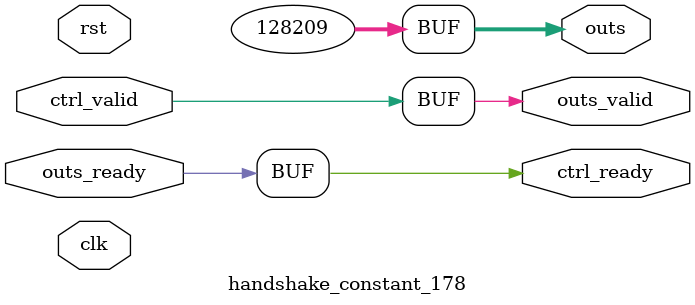
<source format=v>
`timescale 1ns / 1ps
module handshake_constant_178 #(
  parameter DATA_WIDTH = 32  // Default set to 32 bits
) (
  input                       clk,
  input                       rst,
  // Input Channel
  input                       ctrl_valid,
  output                      ctrl_ready,
  // Output Channel
  output [DATA_WIDTH - 1 : 0] outs,
  output                      outs_valid,
  input                       outs_ready
);
  assign outs       = 17'b11111010011010001;
  assign outs_valid = ctrl_valid;
  assign ctrl_ready = outs_ready;

endmodule

</source>
